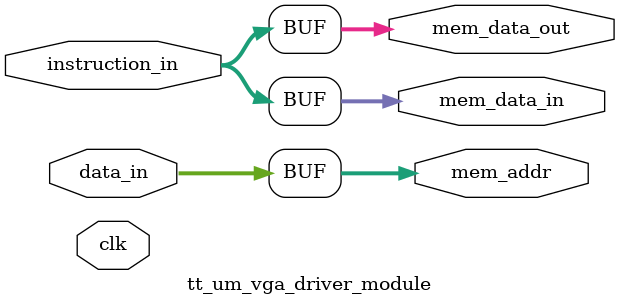
<source format=v>
/*
 * Copyright (c) 2024 Sanjay Jayaram, Sri Charan Tandepalli, Dennis Chen
 * SPDX-License-Identifier: Apache-2.0
 */

`default_nettype none

module tt_um_vga_driver_module(
    input  wire [7:0] data_in, 
    input  wire [7:0] instruction_in,
    output wire [7:0] mem_addr,
    output wire [7:0] mem_data_in,
    output wire [7:0] mem_data_out,
    input  wire clk
);

  reg [7:0] A;
  reg [7:0] X,Y;
  reg [15:0] PC;
  reg [7:0] S;
  reg [5:0] P;
  
  assign mem_addr = data_in;
  assign mem_data_in = instruction_in;
  assign mem_data_out = instruction_in;

endmodule

</source>
